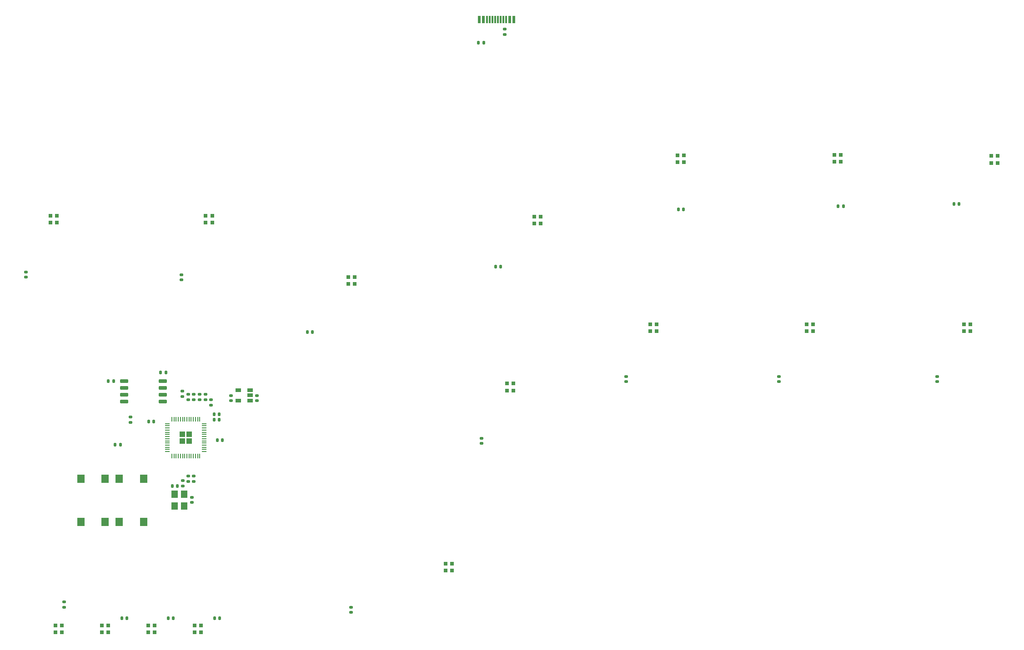
<source format=gbr>
%TF.GenerationSoftware,KiCad,Pcbnew,7.0.5*%
%TF.CreationDate,2023-10-21T15:45:58-07:00*%
%TF.ProjectId,VBox,56426f78-2e6b-4696-9361-645f70636258,rev?*%
%TF.SameCoordinates,Original*%
%TF.FileFunction,Paste,Top*%
%TF.FilePolarity,Positive*%
%FSLAX46Y46*%
G04 Gerber Fmt 4.6, Leading zero omitted, Abs format (unit mm)*
G04 Created by KiCad (PCBNEW 7.0.5) date 2023-10-21 15:45:58*
%MOMM*%
%LPD*%
G01*
G04 APERTURE LIST*
G04 Aperture macros list*
%AMRoundRect*
0 Rectangle with rounded corners*
0 $1 Rounding radius*
0 $2 $3 $4 $5 $6 $7 $8 $9 X,Y pos of 4 corners*
0 Add a 4 corners polygon primitive as box body*
4,1,4,$2,$3,$4,$5,$6,$7,$8,$9,$2,$3,0*
0 Add four circle primitives for the rounded corners*
1,1,$1+$1,$2,$3*
1,1,$1+$1,$4,$5*
1,1,$1+$1,$6,$7*
1,1,$1+$1,$8,$9*
0 Add four rect primitives between the rounded corners*
20,1,$1+$1,$2,$3,$4,$5,0*
20,1,$1+$1,$4,$5,$6,$7,0*
20,1,$1+$1,$6,$7,$8,$9,0*
20,1,$1+$1,$8,$9,$2,$3,0*%
G04 Aperture macros list end*
%ADD10R,0.700000X0.800000*%
%ADD11RoundRect,0.135000X0.135000X0.185000X-0.135000X0.185000X-0.135000X-0.185000X0.135000X-0.185000X0*%
%ADD12RoundRect,0.140000X-0.170000X0.140000X-0.170000X-0.140000X0.170000X-0.140000X0.170000X0.140000X0*%
%ADD13RoundRect,0.135000X0.185000X-0.135000X0.185000X0.135000X-0.185000X0.135000X-0.185000X-0.135000X0*%
%ADD14R,0.600000X1.450000*%
%ADD15R,0.300000X1.450000*%
%ADD16RoundRect,0.140000X0.140000X0.170000X-0.140000X0.170000X-0.140000X-0.170000X0.140000X-0.170000X0*%
%ADD17RoundRect,0.140000X-0.140000X-0.170000X0.140000X-0.170000X0.140000X0.170000X-0.140000X0.170000X0*%
%ADD18RoundRect,0.135000X-0.185000X0.135000X-0.185000X-0.135000X0.185000X-0.135000X0.185000X0.135000X0*%
%ADD19RoundRect,0.140000X0.170000X-0.140000X0.170000X0.140000X-0.170000X0.140000X-0.170000X-0.140000X0*%
%ADD20RoundRect,0.150000X-0.650000X-0.150000X0.650000X-0.150000X0.650000X0.150000X-0.650000X0.150000X0*%
%ADD21R,1.200000X1.400000*%
%ADD22R,1.400000X1.600000*%
%ADD23RoundRect,0.250000X-0.292217X-0.292217X0.292217X-0.292217X0.292217X0.292217X-0.292217X0.292217X0*%
%ADD24RoundRect,0.050000X-0.387500X-0.050000X0.387500X-0.050000X0.387500X0.050000X-0.387500X0.050000X0*%
%ADD25RoundRect,0.050000X-0.050000X-0.387500X0.050000X-0.387500X0.050000X0.387500X-0.050000X0.387500X0*%
%ADD26R,1.060000X0.650000*%
G04 APERTURE END LIST*
D10*
%TO.C,D9*%
X201860000Y-86749741D03*
X200660000Y-86749741D03*
X200660000Y-88049741D03*
X201860000Y-88049741D03*
%TD*%
D11*
%TO.C,R2*%
X71620000Y-97322500D03*
X70600000Y-97322500D03*
%TD*%
D12*
%TO.C,C21*%
X84265534Y-77529534D03*
X84265534Y-78489534D03*
%TD*%
D13*
%TO.C,R4*%
X87630000Y-100840000D03*
X87630000Y-99820000D03*
%TD*%
D11*
%TO.C,R6*%
X140565534Y-34290000D03*
X139545534Y-34290000D03*
%TD*%
D14*
%TO.C,USB1*%
X146130534Y-29940534D03*
X145355534Y-29940534D03*
D15*
X144655534Y-29940534D03*
X144155534Y-29940534D03*
X143655534Y-29940534D03*
X143155534Y-29940534D03*
X142655534Y-29940534D03*
X142155534Y-29940534D03*
X141655534Y-29940534D03*
X141155534Y-29940534D03*
D14*
X140455534Y-29940534D03*
X139680534Y-29940534D03*
%TD*%
D10*
%TO.C,D14*%
X70641534Y-142891534D03*
X69441534Y-142891534D03*
X69441534Y-144191534D03*
X70641534Y-144191534D03*
%TD*%
D12*
%TO.C,C22*%
X140145534Y-108009534D03*
X140145534Y-108969534D03*
%TD*%
D13*
%TO.C,R3*%
X86550000Y-100840000D03*
X86550000Y-99820000D03*
%TD*%
D12*
%TO.C,C17*%
X115789534Y-139505534D03*
X115789534Y-140465534D03*
%TD*%
D16*
%TO.C,C20*%
X229045534Y-64293534D03*
X228085534Y-64293534D03*
%TD*%
D17*
%TO.C,C12*%
X90936950Y-108327974D03*
X91896950Y-108327974D03*
%TD*%
D18*
%TO.C,R1*%
X74760000Y-104012500D03*
X74760000Y-105032500D03*
%TD*%
D17*
%TO.C,C15*%
X90310232Y-104586961D03*
X91270232Y-104586961D03*
%TD*%
%TO.C,C30*%
X73117534Y-141509534D03*
X74077534Y-141509534D03*
%TD*%
D12*
%TO.C,C26*%
X195517534Y-96517463D03*
X195517534Y-97477463D03*
%TD*%
D10*
%TO.C,D11*%
X146050000Y-97790000D03*
X144850000Y-97790000D03*
X144850000Y-99090000D03*
X146050000Y-99090000D03*
%TD*%
%TO.C,D5*%
X176600000Y-56580877D03*
X177800000Y-56580877D03*
X177800000Y-55280877D03*
X176600000Y-55280877D03*
%TD*%
%TO.C,D8*%
X231140000Y-86740832D03*
X229940000Y-86740832D03*
X229940000Y-88040832D03*
X231140000Y-88040832D03*
%TD*%
D18*
%TO.C,R7*%
X144455534Y-31735534D03*
X144455534Y-32755534D03*
%TD*%
D17*
%TO.C,C18*%
X206530000Y-64770000D03*
X207490000Y-64770000D03*
%TD*%
D10*
%TO.C,D15*%
X79277534Y-142891534D03*
X78077534Y-142891534D03*
X78077534Y-144191534D03*
X79277534Y-144191534D03*
%TD*%
%TO.C,D3*%
X115315014Y-79259701D03*
X116515014Y-79259701D03*
X116515014Y-77959701D03*
X115315014Y-77959701D03*
%TD*%
%TO.C,D16*%
X87913534Y-142891534D03*
X86713534Y-142891534D03*
X86713534Y-144191534D03*
X87913534Y-144191534D03*
%TD*%
D19*
%TO.C,C4*%
X93490000Y-100990000D03*
X93490000Y-100030000D03*
%TD*%
D10*
%TO.C,D10*%
X172720000Y-86730437D03*
X171520000Y-86730437D03*
X171520000Y-88030437D03*
X172720000Y-88030437D03*
%TD*%
D17*
%TO.C,C32*%
X90389534Y-141509534D03*
X91349534Y-141509534D03*
%TD*%
D20*
%TO.C,U2*%
X73560000Y-97317500D03*
X73560000Y-98587500D03*
X73560000Y-99857500D03*
X73560000Y-101127500D03*
X80760000Y-101127500D03*
X80760000Y-99857500D03*
X80760000Y-98587500D03*
X80760000Y-97317500D03*
%TD*%
D12*
%TO.C,C24*%
X55309534Y-77021534D03*
X55309534Y-77981534D03*
%TD*%
D17*
%TO.C,C31*%
X81753534Y-141509534D03*
X82713534Y-141509534D03*
%TD*%
D10*
%TO.C,D12*%
X134620000Y-131364896D03*
X133420000Y-131364896D03*
X133420000Y-132664896D03*
X134620000Y-132664896D03*
%TD*%
D19*
%TO.C,C1*%
X98290000Y-100990000D03*
X98290000Y-100030000D03*
%TD*%
D12*
%TO.C,C28*%
X167069534Y-96520000D03*
X167069534Y-97480000D03*
%TD*%
%TO.C,C25*%
X224981534Y-96520000D03*
X224981534Y-97480000D03*
%TD*%
D19*
%TO.C,C6*%
X84450000Y-100210000D03*
X84450000Y-99250000D03*
%TD*%
D12*
%TO.C,C7*%
X86560000Y-115090000D03*
X86560000Y-116050000D03*
%TD*%
D21*
%TO.C,Y1*%
X83010000Y-118420000D03*
X83010000Y-120620000D03*
X84710000Y-120620000D03*
X84710000Y-118420000D03*
%TD*%
D12*
%TO.C,C3*%
X86210000Y-119040000D03*
X86210000Y-120000000D03*
%TD*%
D10*
%TO.C,D1*%
X59869740Y-67842899D03*
X61069740Y-67842899D03*
X61069740Y-66542899D03*
X59869740Y-66542899D03*
%TD*%
%TO.C,D2*%
X88768173Y-67810023D03*
X89968173Y-67810023D03*
X89968173Y-66510023D03*
X88768173Y-66510023D03*
%TD*%
D17*
%TO.C,C5*%
X80380000Y-95722500D03*
X81340000Y-95722500D03*
%TD*%
D16*
%TO.C,C11*%
X79066250Y-104922500D03*
X78106250Y-104922500D03*
%TD*%
D22*
%TO.C,SW20*%
X65530000Y-115570000D03*
X65530000Y-123570000D03*
X70030000Y-115570000D03*
X70030000Y-123570000D03*
%TD*%
D19*
%TO.C,C8*%
X88700000Y-100810000D03*
X88700000Y-99850000D03*
%TD*%
D10*
%TO.C,D13*%
X62005534Y-142891534D03*
X60805534Y-142891534D03*
X60805534Y-144191534D03*
X62005534Y-144191534D03*
%TD*%
D17*
%TO.C,C16*%
X90310232Y-103576212D03*
X91270232Y-103576212D03*
%TD*%
D23*
%TO.C,U3*%
X84421356Y-107252500D03*
X84421356Y-108527500D03*
X85696356Y-107252500D03*
X85696356Y-108527500D03*
D24*
X81621356Y-105290000D03*
X81621356Y-105690000D03*
X81621356Y-106090000D03*
X81621356Y-106490000D03*
X81621356Y-106890000D03*
X81621356Y-107290000D03*
X81621356Y-107690000D03*
X81621356Y-108090000D03*
X81621356Y-108490000D03*
X81621356Y-108890000D03*
X81621356Y-109290000D03*
X81621356Y-109690000D03*
X81621356Y-110090000D03*
X81621356Y-110490000D03*
D25*
X82458856Y-111327500D03*
X82858856Y-111327500D03*
X83258856Y-111327500D03*
X83658856Y-111327500D03*
X84058856Y-111327500D03*
X84458856Y-111327500D03*
X84858856Y-111327500D03*
X85258856Y-111327500D03*
X85658856Y-111327500D03*
X86058856Y-111327500D03*
X86458856Y-111327500D03*
X86858856Y-111327500D03*
X87258856Y-111327500D03*
X87658856Y-111327500D03*
D24*
X88496356Y-110490000D03*
X88496356Y-110090000D03*
X88496356Y-109690000D03*
X88496356Y-109290000D03*
X88496356Y-108890000D03*
X88496356Y-108490000D03*
X88496356Y-108090000D03*
X88496356Y-107690000D03*
X88496356Y-107290000D03*
X88496356Y-106890000D03*
X88496356Y-106490000D03*
X88496356Y-106090000D03*
X88496356Y-105690000D03*
X88496356Y-105290000D03*
D25*
X87658856Y-104452500D03*
X87258856Y-104452500D03*
X86858856Y-104452500D03*
X86458856Y-104452500D03*
X86058856Y-104452500D03*
X85658856Y-104452500D03*
X85258856Y-104452500D03*
X84858856Y-104452500D03*
X84458856Y-104452500D03*
X84058856Y-104452500D03*
X83658856Y-104452500D03*
X83258856Y-104452500D03*
X82858856Y-104452500D03*
X82458856Y-104452500D03*
%TD*%
D10*
%TO.C,D6*%
X205810000Y-56456638D03*
X207010000Y-56456638D03*
X207010000Y-55156638D03*
X205810000Y-55156638D03*
%TD*%
D17*
%TO.C,C19*%
X176749534Y-65309534D03*
X177709534Y-65309534D03*
%TD*%
D18*
%TO.C,R5*%
X84510000Y-115910000D03*
X84510000Y-116930000D03*
%TD*%
D19*
%TO.C,C29*%
X62421534Y-139477534D03*
X62421534Y-138517534D03*
%TD*%
D16*
%TO.C,C27*%
X108621534Y-88169534D03*
X107661534Y-88169534D03*
%TD*%
%TO.C,C13*%
X72870000Y-109220000D03*
X71910000Y-109220000D03*
%TD*%
%TO.C,C2*%
X83490000Y-116870000D03*
X82530000Y-116870000D03*
%TD*%
D19*
%TO.C,C9*%
X85500000Y-100810000D03*
X85500000Y-99850000D03*
%TD*%
%TO.C,C10*%
X89750000Y-101810000D03*
X89750000Y-100850000D03*
%TD*%
D10*
%TO.C,D7*%
X235020000Y-56671975D03*
X236220000Y-56671975D03*
X236220000Y-55371975D03*
X235020000Y-55371975D03*
%TD*%
D26*
%TO.C,U1*%
X96990000Y-100960000D03*
X96990000Y-100010000D03*
X96990000Y-99060000D03*
X94790000Y-99060000D03*
X94790000Y-100960000D03*
%TD*%
D10*
%TO.C,D4*%
X149930000Y-67991534D03*
X151130000Y-67991534D03*
X151130000Y-66691534D03*
X149930000Y-66691534D03*
%TD*%
D12*
%TO.C,C14*%
X85530000Y-115090000D03*
X85530000Y-116050000D03*
%TD*%
D16*
%TO.C,C23*%
X143673534Y-75977534D03*
X142713534Y-75977534D03*
%TD*%
D22*
%TO.C,SW19*%
X77180000Y-123570000D03*
X77180000Y-115570000D03*
X72680000Y-123570000D03*
X72680000Y-115570000D03*
%TD*%
M02*

</source>
